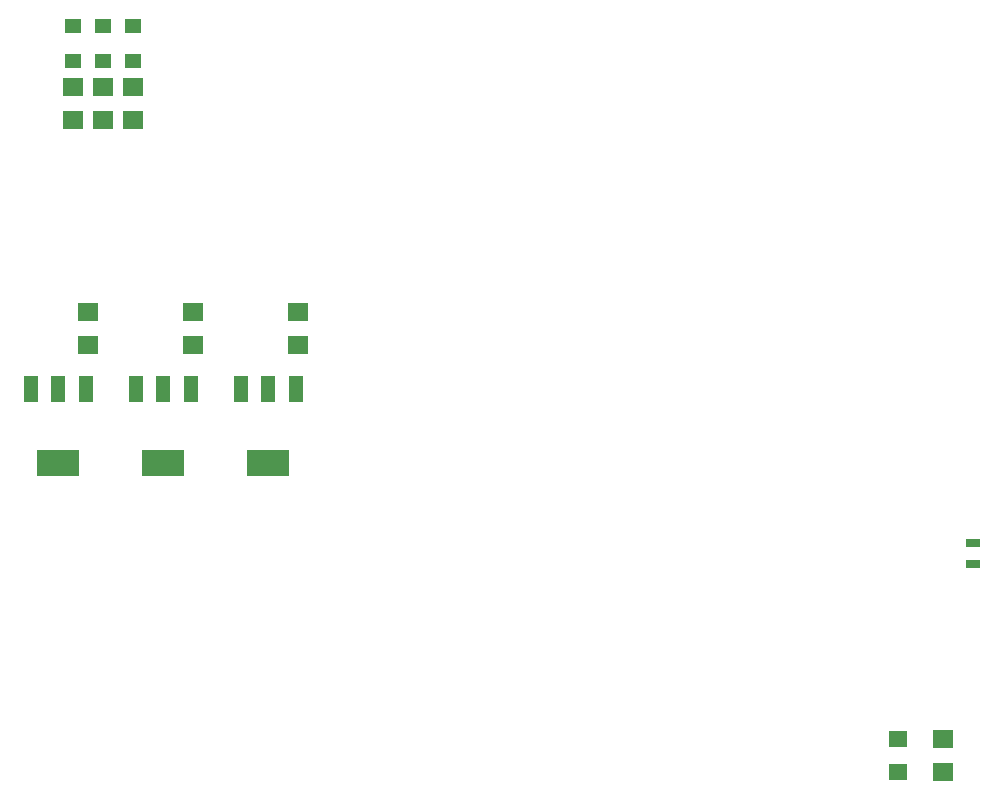
<source format=gtp>
G75*
%MOIN*%
%OFA0B0*%
%FSLAX25Y25*%
%IPPOS*%
%LPD*%
%AMOC8*
5,1,8,0,0,1.08239X$1,22.5*
%
%ADD10R,0.05512X0.04724*%
%ADD11R,0.07087X0.06299*%
%ADD12R,0.06299X0.05512*%
%ADD13R,0.04800X0.08800*%
%ADD14R,0.14173X0.08661*%
%ADD15R,0.04724X0.03150*%
D10*
X0071000Y0250878D03*
X0081000Y0250878D03*
X0091000Y0250878D03*
X0091000Y0262689D03*
X0081000Y0262689D03*
X0071000Y0262689D03*
D11*
X0071000Y0242295D03*
X0081000Y0242295D03*
X0091000Y0242295D03*
X0091000Y0231272D03*
X0081000Y0231272D03*
X0071000Y0231272D03*
X0076000Y0167295D03*
X0076000Y0156272D03*
X0111000Y0156272D03*
X0111000Y0167295D03*
X0146000Y0167295D03*
X0146000Y0156272D03*
X0361000Y0024795D03*
X0361000Y0013772D03*
D12*
X0346000Y0013772D03*
X0346000Y0024795D03*
D13*
X0145100Y0141483D03*
X0136000Y0141483D03*
X0126900Y0141483D03*
X0110100Y0141483D03*
X0101000Y0141483D03*
X0091900Y0141483D03*
X0075100Y0141483D03*
X0066000Y0141483D03*
X0056900Y0141483D03*
D14*
X0066000Y0117083D03*
X0101000Y0117083D03*
X0136000Y0117083D03*
D15*
X0371000Y0090327D03*
X0371000Y0083240D03*
M02*

</source>
